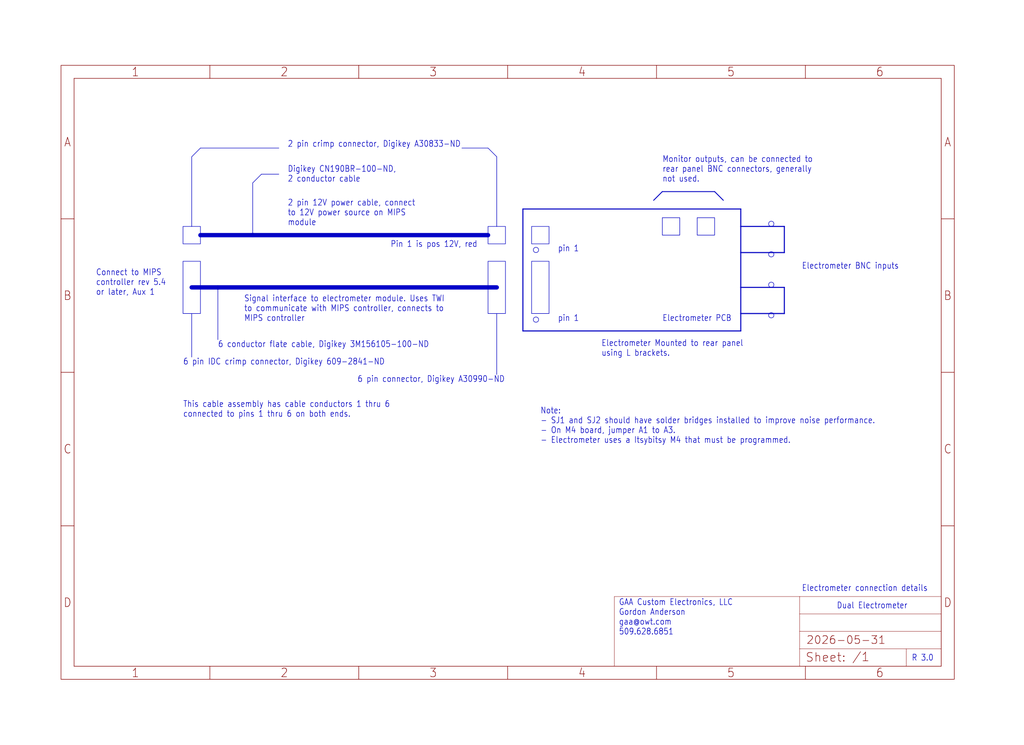
<source format=kicad_sch>
(kicad_sch (version 20231120) (generator "eeschema") (generator_version "8.0")
  (paper "User" 298.45 217.322)
  (lib_symbols
    (symbol "OpenDMS_DualElectrometer_lib:A4L-LOC"
      (symbol "A4L-LOC_1_0"
        (polyline (pts (xy 0 44.7675) (xy 3.81 44.7675)))
        (polyline (pts (xy 0 89.535) (xy 3.81 89.535)))
        (polyline (pts (xy 0 134.3025) (xy 3.81 134.3025)))
        (polyline (pts (xy 3.81 3.81) (xy 3.81 175.26)))
        (polyline (pts (xy 43.3917 0) (xy 43.3917 3.81)))
        (polyline (pts (xy 43.3917 175.26) (xy 43.3917 179.07)))
        (polyline (pts (xy 86.7833 0) (xy 86.7833 3.81)))
        (polyline (pts (xy 86.7833 175.26) (xy 86.7833 179.07)))
        (polyline (pts (xy 130.175 0) (xy 130.175 3.81)))
        (polyline (pts (xy 130.175 175.26) (xy 130.175 179.07)))
        (polyline (pts (xy 161.29 3.81) (xy 161.29 24.13)) (stroke (width 0.1016)))
        (polyline (pts (xy 161.29 24.13) (xy 215.265 24.13)) (stroke (width 0.1016)))
        (polyline (pts (xy 173.5667 0) (xy 173.5667 3.81)))
        (polyline (pts (xy 173.5667 175.26) (xy 173.5667 179.07)))
        (polyline (pts (xy 215.265 8.89) (xy 215.265 3.81)) (stroke (width 0.1016)))
        (polyline (pts (xy 215.265 8.89) (xy 215.265 13.97)) (stroke (width 0.1016)))
        (polyline (pts (xy 215.265 13.97) (xy 215.265 19.05)) (stroke (width 0.1016)))
        (polyline (pts (xy 215.265 13.97) (xy 256.54 13.97)) (stroke (width 0.1016)))
        (polyline (pts (xy 215.265 19.05) (xy 215.265 24.13)) (stroke (width 0.1016)))
        (polyline (pts (xy 215.265 19.05) (xy 256.54 19.05)) (stroke (width 0.1016)))
        (polyline (pts (xy 215.265 24.13) (xy 256.54 24.13)) (stroke (width 0.1016)))
        (polyline (pts (xy 216.9583 0) (xy 216.9583 3.81)))
        (polyline (pts (xy 216.9583 175.26) (xy 216.9583 179.07)))
        (polyline (pts (xy 246.38 3.81) (xy 246.38 8.89)) (stroke (width 0.1016)))
        (polyline (pts (xy 246.38 8.89) (xy 215.265 8.89)) (stroke (width 0.1016)))
        (polyline (pts (xy 246.38 8.89) (xy 256.54 8.89)) (stroke (width 0.1016)))
        (polyline (pts (xy 256.54 3.81) (xy 3.81 3.81)))
        (polyline (pts (xy 256.54 3.81) (xy 256.54 8.89)) (stroke (width 0.1016)))
        (polyline (pts (xy 256.54 3.81) (xy 256.54 175.26)))
        (polyline (pts (xy 256.54 8.89) (xy 256.54 13.97)) (stroke (width 0.1016)))
        (polyline (pts (xy 256.54 13.97) (xy 256.54 19.05)) (stroke (width 0.1016)))
        (polyline (pts (xy 256.54 19.05) (xy 256.54 24.13)) (stroke (width 0.1016)))
        (polyline (pts (xy 256.54 44.7675) (xy 260.35 44.7675)))
        (polyline (pts (xy 256.54 89.535) (xy 260.35 89.535)))
        (polyline (pts (xy 256.54 134.3025) (xy 260.35 134.3025)))
        (polyline (pts (xy 256.54 175.26) (xy 3.81 175.26)))
        (polyline (pts (xy 0 0) (xy 260.35 0) (xy 260.35 179.07) (xy 0 179.07) (xy 0 0)))
        (text "${#}/${##}" (at 230.505 5.08 0) (effects (font (size 2.54 2.54)) (justify left bottom)))
        (text "${CURRENT_DATE}" (at 217.17 10.16 0) (effects (font (size 2.286 2.286)) (justify left bottom)))
        (text "${PROJECTNAME}" (at 217.17 15.24 0) (effects (font (size 2.54 2.54)) (justify left bottom)))
        (text "1" (at 21.6958 1.905 0) (effects (font (size 2.54 2.286))))
        (text "1" (at 21.6958 177.165 0) (effects (font (size 2.54 2.286))))
        (text "2" (at 65.0875 1.905 0) (effects (font (size 2.54 2.286))))
        (text "2" (at 65.0875 177.165 0) (effects (font (size 2.54 2.286))))
        (text "3" (at 108.4792 1.905 0) (effects (font (size 2.54 2.286))))
        (text "3" (at 108.4792 177.165 0) (effects (font (size 2.54 2.286))))
        (text "4" (at 151.8708 1.905 0) (effects (font (size 2.54 2.286))))
        (text "4" (at 151.8708 177.165 0) (effects (font (size 2.54 2.286))))
        (text "5" (at 195.2625 1.905 0) (effects (font (size 2.54 2.286))))
        (text "5" (at 195.2625 177.165 0) (effects (font (size 2.54 2.286))))
        (text "6" (at 238.6542 1.905 0) (effects (font (size 2.54 2.286))))
        (text "6" (at 238.6542 177.165 0) (effects (font (size 2.54 2.286))))
        (text "A" (at 1.905 156.6863 0) (effects (font (size 2.54 2.286))))
        (text "A" (at 258.445 156.6863 0) (effects (font (size 2.54 2.286))))
        (text "B" (at 1.905 111.9188 0) (effects (font (size 2.54 2.286))))
        (text "B" (at 258.445 111.9188 0) (effects (font (size 2.54 2.286))))
        (text "C" (at 1.905 67.1513 0) (effects (font (size 2.54 2.286))))
        (text "C" (at 258.445 67.1513 0) (effects (font (size 2.54 2.286))))
        (text "D" (at 1.905 22.3838 0) (effects (font (size 2.54 2.286))))
        (text "D" (at 258.445 22.3838 0) (effects (font (size 2.54 2.286))))
        (text "Sheet:" (at 216.916 4.953 0) (effects (font (size 2.54 2.54)) (justify left bottom)))
      )
    )
  )
  (polyline (pts (xy 58.42 68.58) (xy 73.66 68.58)) (stroke (width 1.27) (type solid)))
  (polyline (pts (xy 228.6 66.04) (xy 228.6 73.66)) (stroke (width 0.3048) (type solid)))
  (polyline (pts (xy 58.42 43.18) (xy 55.88 45.72)) (stroke (width 0.1524) (type solid)))
  (polyline (pts (xy 193.04 55.88) (xy 208.28 55.88)) (stroke (width 0.254) (type solid)))
  (polyline (pts (xy 228.6 91.44) (xy 215.9 91.44)) (stroke (width 0.3048) (type solid)))
  (polyline (pts (xy 76.2 50.8) (xy 73.66 53.34)) (stroke (width 0.1524) (type solid)))
  (polyline (pts (xy 134.62 43.18) (xy 142.24 43.18)) (stroke (width 0.1524) (type solid)))
  (polyline (pts (xy 144.78 83.82) (xy 63.5 83.82)) (stroke (width 1.27) (type solid)))
  (polyline (pts (xy 215.9 60.96) (xy 215.9 66.04)) (stroke (width 0.3048) (type solid)))
  (polyline (pts (xy 215.9 96.52) (xy 152.4 96.52)) (stroke (width 0.3048) (type solid)))
  (polyline (pts (xy 81.28 43.18) (xy 58.42 43.18)) (stroke (width 0.1524) (type solid)))
  (polyline (pts (xy 81.28 50.8) (xy 76.2 50.8)) (stroke (width 0.1524) (type solid)))
  (polyline (pts (xy 190.5 58.42) (xy 193.04 55.88)) (stroke (width 0.254) (type solid)))
  (polyline (pts (xy 228.6 83.82) (xy 228.6 91.44)) (stroke (width 0.3048) (type solid)))
  (polyline (pts (xy 215.9 66.04) (xy 228.6 66.04)) (stroke (width 0.3048) (type solid)))
  (polyline (pts (xy 215.9 66.04) (xy 215.9 73.66)) (stroke (width 0.3048) (type solid)))
  (polyline (pts (xy 228.6 73.66) (xy 215.9 73.66)) (stroke (width 0.3048) (type solid)))
  (polyline (pts (xy 144.78 45.72) (xy 144.78 66.04)) (stroke (width 0.1524) (type solid)))
  (polyline (pts (xy 152.4 60.96) (xy 215.9 60.96)) (stroke (width 0.3048) (type solid)))
  (polyline (pts (xy 215.9 91.44) (xy 215.9 96.52)) (stroke (width 0.3048) (type solid)))
  (polyline (pts (xy 228.6 83.82) (xy 215.9 83.82)) (stroke (width 0.3048) (type solid)))
  (polyline (pts (xy 63.5 99.06) (xy 63.5 83.82)) (stroke (width 0.1524) (type solid)))
  (polyline (pts (xy 142.24 43.18) (xy 144.78 45.72)) (stroke (width 0.1524) (type solid)))
  (polyline (pts (xy 63.5 83.82) (xy 55.88 83.82)) (stroke (width 1.27) (type solid)))
  (polyline (pts (xy 73.66 53.34) (xy 73.66 68.58)) (stroke (width 0.1524) (type solid)))
  (polyline (pts (xy 73.66 68.58) (xy 142.24 68.58)) (stroke (width 1.27) (type solid)))
  (polyline (pts (xy 144.78 109.22) (xy 144.78 91.44)) (stroke (width 0.1524) (type solid)))
  (polyline (pts (xy 55.88 104.14) (xy 55.88 91.44)) (stroke (width 0.1524) (type solid)))
  (polyline (pts (xy 152.4 96.52) (xy 152.4 60.96)) (stroke (width 0.3048) (type solid)))
  (polyline (pts (xy 208.28 55.88) (xy 210.82 58.42)) (stroke (width 0.254) (type solid)))
  (polyline (pts (xy 55.88 45.72) (xy 55.88 66.04)) (stroke (width 0.1524) (type solid)))
  (polyline (pts (xy 215.9 83.82) (xy 215.9 91.44)) (stroke (width 0.3048) (type solid)))
  (polyline (pts (xy 215.9 73.66) (xy 215.9 83.82)) (stroke (width 0.3048) (type solid)))
  (rectangle (start 154.94 71.12) (end 160.02 66.04) (fill (type outline)))
  (circle (center 224.79 65.278) (radius 0.762))
  (circle (center 156.21 72.898) (radius 0.762))
  (rectangle (start 193.04 68.58) (end 198.12 63.5) (fill (type outline)))
  (rectangle (start 53.34 91.44) (end 58.42 76.2) (fill (type outline)))
  (rectangle (start 53.34 71.12) (end 58.42 66.04) (fill (type outline)))
  (rectangle (start 142.24 71.12) (end 147.32 66.04) (fill (type outline)))
  (rectangle (start 142.24 91.44) (end 147.32 76.2) (fill (type outline)))
  (circle (center 224.79 83.058) (radius 0.762))
  (circle (center 224.79 91.948) (radius 0.762))
  (rectangle (start 203.2 68.58) (end 208.28 63.5) (fill (type outline)))
  (rectangle (start 154.94 91.44) (end 160.02 76.2) (fill (type outline)))
  (circle (center 156.21 93.218) (radius 0.762))
  (circle (center 224.79 74.168) (radius 0.762))
  (text "6 pin connector, Digikey A30990-ND" (at 104.14 111.76 0) (effects (font (size 1.778 1.5113)) (justify left bottom)))
  (text "Dual Electrometer" (at 243.84 177.8 0) (effects (font (size 1.778 1.5113)) (justify left bottom)))
  (text "pin 1" (at 162.56 73.66 0) (effects (font (size 1.778 1.5113)) (justify left bottom)))
  (text "6 conductor flate cable, Digikey 3M156105-100-ND" (at 63.5 101.6 0) (effects (font (size 1.778 1.5113)) (justify left bottom)))
  (text "6 pin IDC crimp connector, Digikey 609-2841-ND" (at 53.34 106.68 0) (effects (font (size 1.778 1.5113)) (justify left bottom)))
  (text "R 3.0" (at 265.684 193.04 0) (effects (font (size 1.778 1.5113)) (justify left bottom)))
  (text "2 pin crimp connector, Digikey A30833-ND" (at 83.82 43.18 0) (effects (font (size 1.778 1.5113)) (justify left bottom)))
  (text "Connect to MIPS\ncontroller rev 5.4\nor later, Aux 1" (at 27.94 86.36 0) (effects (font (size 1.778 1.5113)) (justify left bottom)))
  (text "Monitor outputs, can be connected to\nrear panel BNC connectors, generally\nnot used." (at 193.04 53.34 0) (effects (font (size 1.778 1.5113)) (justify left bottom)))
  (text "Electrometer PCB" (at 193.04 93.98 0) (effects (font (size 1.778 1.5113)) (justify left bottom)))
  (text "Digikey CN190BR-100-ND,\n2 conductor cable" (at 83.82 53.34 0) (effects (font (size 1.778 1.5113)) (justify left bottom)))
  (text "Signal interface to electrometer module. Uses TWI\nto communicate with MIPS controller, connects to\nMIPS controller" (at 71.12 93.98 0) (effects (font (size 1.778 1.5113)) (justify left bottom)))
  (text "pin 1" (at 162.56 93.98 0) (effects (font (size 1.778 1.5113)) (justify left bottom)))
  (text "2 pin 12V power cable, connect\nto 12V power source on MIPS\nmodule" (at 83.82 66.04 0) (effects (font (size 1.778 1.5113)) (justify left bottom)))
  (text "Note:\n- SJ1 and SJ2 should have solder bridges installed to improve noise performance.\n- On M4 board, jumper A1 to A3.\n- Electrometer uses a Itsybitsy M4 that must be programmed." (at 157.48 129.54 0) (effects (font (size 1.778 1.5113)) (justify left bottom)))
  (text "This cable assembly has cable conductors 1 thru 6\nconnected to pins 1 thru 6 on both ends." (at 53.34 121.92 0) (effects (font (size 1.778 1.5113)) (justify left bottom)))
  (text "Electrometer BNC inputs" (at 233.68 78.74 0) (effects (font (size 1.778 1.5113)) (justify left bottom)))
  (text "GAA Custom Electronics, LLC\nGordon Anderson\ngaa@owt.com\n509.628.6851" (at 180.34 185.42 0) (effects (font (size 1.778 1.5113)) (justify left bottom)))
  (text "Electrometer connection details" (at 233.68 172.72 0) (effects (font (size 1.778 1.5113)) (justify left bottom)))
  (text "Pin 1 is pos 12V, red" (at 113.792 72.39 0) (effects (font (size 1.778 1.5113)) (justify left bottom)))
  (text "Electrometer Mounted to rear panel\nusing L brackets." (at 175.26 104.14 0) (effects (font (size 1.778 1.5113)) (justify left bottom)))
  (symbol (lib_id "OpenDMS_DualElectrometer_lib:A4L-LOC") (at 17.78 198.12 0) (unit 1)
    (property "Reference" "#FRAME3" (effects (hide yes)))
    (property "Value" "A4L-LOC" (effects (hide yes)))
  )
)
</source>
